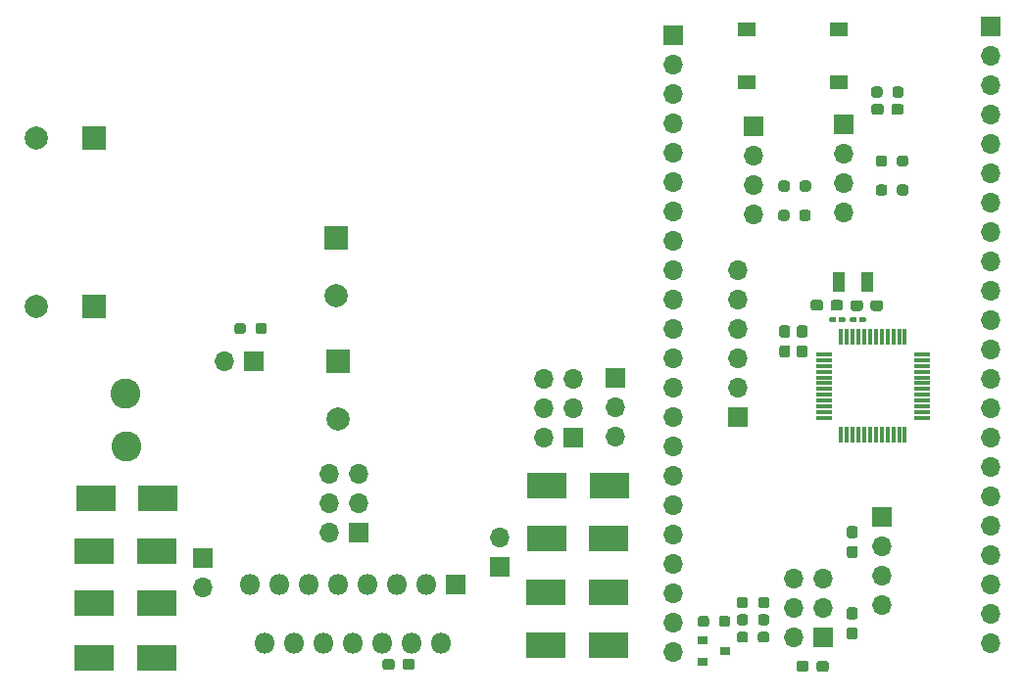
<source format=gbr>
G04 #@! TF.GenerationSoftware,KiCad,Pcbnew,5.1.9*
G04 #@! TF.CreationDate,2021-04-04T11:54:02+02:00*
G04 #@! TF.ProjectId,Robot volledig,526f626f-7420-4766-9f6c-6c656469672e,rev?*
G04 #@! TF.SameCoordinates,Original*
G04 #@! TF.FileFunction,Soldermask,Top*
G04 #@! TF.FilePolarity,Negative*
%FSLAX46Y46*%
G04 Gerber Fmt 4.6, Leading zero omitted, Abs format (unit mm)*
G04 Created by KiCad (PCBNEW 5.1.9) date 2021-04-04 11:54:02*
%MOMM*%
%LPD*%
G01*
G04 APERTURE LIST*
%ADD10R,1.550000X1.300000*%
%ADD11R,0.300000X1.475000*%
%ADD12R,1.475000X0.300000*%
%ADD13R,1.700000X1.700000*%
%ADD14O,1.700000X1.700000*%
%ADD15C,2.000000*%
%ADD16R,2.000000X2.000000*%
%ADD17R,3.500000X2.300000*%
%ADD18C,2.600000*%
%ADD19R,1.800000X1.800000*%
%ADD20O,1.800000X1.800000*%
%ADD21R,1.000000X1.800000*%
%ADD22R,0.900000X0.800000*%
G04 APERTURE END LIST*
D10*
X181915000Y-68906000D03*
X189865000Y-68906000D03*
X181915000Y-73406000D03*
X189865000Y-73406000D03*
D11*
X190071560Y-95487480D03*
X190571560Y-95487480D03*
X191071560Y-95487480D03*
X191571560Y-95487480D03*
X192071560Y-95487480D03*
X192571560Y-95487480D03*
X193071560Y-95487480D03*
X193571560Y-95487480D03*
X194071560Y-95487480D03*
X194571560Y-95487480D03*
X195071560Y-95487480D03*
X195571560Y-95487480D03*
D12*
X197059560Y-96975480D03*
X197059560Y-97475480D03*
X197059560Y-97975480D03*
X197059560Y-98475480D03*
X197059560Y-98975480D03*
X197059560Y-99475480D03*
X197059560Y-99975480D03*
X197059560Y-100475480D03*
X197059560Y-100975480D03*
X197059560Y-101475480D03*
X197059560Y-101975480D03*
X197059560Y-102475480D03*
D11*
X195571560Y-103963480D03*
X195071560Y-103963480D03*
X194571560Y-103963480D03*
X194071560Y-103963480D03*
X193571560Y-103963480D03*
X193071560Y-103963480D03*
X192571560Y-103963480D03*
X192071560Y-103963480D03*
X191571560Y-103963480D03*
X191071560Y-103963480D03*
X190571560Y-103963480D03*
X190071560Y-103963480D03*
D12*
X188583560Y-102475480D03*
X188583560Y-101975480D03*
X188583560Y-101475480D03*
X188583560Y-100975480D03*
X188583560Y-100475480D03*
X188583560Y-99975480D03*
X188583560Y-99475480D03*
X188583560Y-98975480D03*
X188583560Y-98475480D03*
X188583560Y-97975480D03*
X188583560Y-97475480D03*
X188583560Y-96975480D03*
D13*
X181102000Y-102362000D03*
D14*
X181102000Y-99822000D03*
X181102000Y-97282000D03*
X181102000Y-94742000D03*
X181102000Y-92202000D03*
X181102000Y-89662000D03*
D15*
X120496320Y-78282800D03*
D16*
X125496320Y-78282800D03*
D17*
X130926840Y-123195080D03*
X125526840Y-123195080D03*
D13*
X148341080Y-112400080D03*
D14*
X145801080Y-112400080D03*
X148341080Y-109860080D03*
X145801080Y-109860080D03*
X148341080Y-107320080D03*
X145801080Y-107320080D03*
G36*
G01*
X152152060Y-124026940D02*
X152152060Y-123551940D01*
G75*
G02*
X152389560Y-123314440I237500J0D01*
G01*
X152989560Y-123314440D01*
G75*
G02*
X153227060Y-123551940I0J-237500D01*
G01*
X153227060Y-124026940D01*
G75*
G02*
X152989560Y-124264440I-237500J0D01*
G01*
X152389560Y-124264440D01*
G75*
G02*
X152152060Y-124026940I0J237500D01*
G01*
G37*
G36*
G01*
X150427060Y-124026940D02*
X150427060Y-123551940D01*
G75*
G02*
X150664560Y-123314440I237500J0D01*
G01*
X151264560Y-123314440D01*
G75*
G02*
X151502060Y-123551940I0J-237500D01*
G01*
X151502060Y-124026940D01*
G75*
G02*
X151264560Y-124264440I-237500J0D01*
G01*
X150664560Y-124264440D01*
G75*
G02*
X150427060Y-124026940I0J237500D01*
G01*
G37*
G36*
G01*
X186927500Y-95533500D02*
X186452500Y-95533500D01*
G75*
G02*
X186215000Y-95296000I0J237500D01*
G01*
X186215000Y-94696000D01*
G75*
G02*
X186452500Y-94458500I237500J0D01*
G01*
X186927500Y-94458500D01*
G75*
G02*
X187165000Y-94696000I0J-237500D01*
G01*
X187165000Y-95296000D01*
G75*
G02*
X186927500Y-95533500I-237500J0D01*
G01*
G37*
G36*
G01*
X186927500Y-97258500D02*
X186452500Y-97258500D01*
G75*
G02*
X186215000Y-97021000I0J237500D01*
G01*
X186215000Y-96421000D01*
G75*
G02*
X186452500Y-96183500I237500J0D01*
G01*
X186927500Y-96183500D01*
G75*
G02*
X187165000Y-96421000I0J-237500D01*
G01*
X187165000Y-97021000D01*
G75*
G02*
X186927500Y-97258500I-237500J0D01*
G01*
G37*
G36*
G01*
X184953900Y-96183500D02*
X185428900Y-96183500D01*
G75*
G02*
X185666400Y-96421000I0J-237500D01*
G01*
X185666400Y-97021000D01*
G75*
G02*
X185428900Y-97258500I-237500J0D01*
G01*
X184953900Y-97258500D01*
G75*
G02*
X184716400Y-97021000I0J237500D01*
G01*
X184716400Y-96421000D01*
G75*
G02*
X184953900Y-96183500I237500J0D01*
G01*
G37*
G36*
G01*
X184953900Y-94458500D02*
X185428900Y-94458500D01*
G75*
G02*
X185666400Y-94696000I0J-237500D01*
G01*
X185666400Y-95296000D01*
G75*
G02*
X185428900Y-95533500I-237500J0D01*
G01*
X184953900Y-95533500D01*
G75*
G02*
X184716400Y-95296000I0J237500D01*
G01*
X184716400Y-94696000D01*
G75*
G02*
X184953900Y-94458500I237500J0D01*
G01*
G37*
G36*
G01*
X189828000Y-94080000D02*
X189828000Y-93880000D01*
G75*
G02*
X189928000Y-93780000I100000J0D01*
G01*
X190363000Y-93780000D01*
G75*
G02*
X190463000Y-93880000I0J-100000D01*
G01*
X190463000Y-94080000D01*
G75*
G02*
X190363000Y-94180000I-100000J0D01*
G01*
X189928000Y-94180000D01*
G75*
G02*
X189828000Y-94080000I0J100000D01*
G01*
G37*
G36*
G01*
X189013000Y-94080000D02*
X189013000Y-93880000D01*
G75*
G02*
X189113000Y-93780000I100000J0D01*
G01*
X189548000Y-93780000D01*
G75*
G02*
X189648000Y-93880000I0J-100000D01*
G01*
X189648000Y-94080000D01*
G75*
G02*
X189548000Y-94180000I-100000J0D01*
G01*
X189113000Y-94180000D01*
G75*
G02*
X189013000Y-94080000I0J100000D01*
G01*
G37*
G36*
G01*
X191426000Y-93880000D02*
X191426000Y-94080000D01*
G75*
G02*
X191326000Y-94180000I-100000J0D01*
G01*
X190891000Y-94180000D01*
G75*
G02*
X190791000Y-94080000I0J100000D01*
G01*
X190791000Y-93880000D01*
G75*
G02*
X190891000Y-93780000I100000J0D01*
G01*
X191326000Y-93780000D01*
G75*
G02*
X191426000Y-93880000I0J-100000D01*
G01*
G37*
G36*
G01*
X192241000Y-93880000D02*
X192241000Y-94080000D01*
G75*
G02*
X192141000Y-94180000I-100000J0D01*
G01*
X191706000Y-94180000D01*
G75*
G02*
X191606000Y-94080000I0J100000D01*
G01*
X191606000Y-93880000D01*
G75*
G02*
X191706000Y-93780000I100000J0D01*
G01*
X192141000Y-93780000D01*
G75*
G02*
X192241000Y-93880000I0J-100000D01*
G01*
G37*
G36*
G01*
X192672340Y-76031100D02*
X192672340Y-75556100D01*
G75*
G02*
X192909840Y-75318600I237500J0D01*
G01*
X193509840Y-75318600D01*
G75*
G02*
X193747340Y-75556100I0J-237500D01*
G01*
X193747340Y-76031100D01*
G75*
G02*
X193509840Y-76268600I-237500J0D01*
G01*
X192909840Y-76268600D01*
G75*
G02*
X192672340Y-76031100I0J237500D01*
G01*
G37*
G36*
G01*
X194397340Y-76031100D02*
X194397340Y-75556100D01*
G75*
G02*
X194634840Y-75318600I237500J0D01*
G01*
X195234840Y-75318600D01*
G75*
G02*
X195472340Y-75556100I0J-237500D01*
G01*
X195472340Y-76031100D01*
G75*
G02*
X195234840Y-76268600I-237500J0D01*
G01*
X194634840Y-76268600D01*
G75*
G02*
X194397340Y-76031100I0J237500D01*
G01*
G37*
D16*
X146558000Y-97536000D03*
D15*
X146558000Y-102536000D03*
X146430000Y-91900000D03*
D16*
X146430000Y-86900000D03*
X125500000Y-92830000D03*
D15*
X120500000Y-92830000D03*
G36*
G01*
X189149700Y-92972900D02*
X189149700Y-92497900D01*
G75*
G02*
X189387200Y-92260400I237500J0D01*
G01*
X189987200Y-92260400D01*
G75*
G02*
X190224700Y-92497900I0J-237500D01*
G01*
X190224700Y-92972900D01*
G75*
G02*
X189987200Y-93210400I-237500J0D01*
G01*
X189387200Y-93210400D01*
G75*
G02*
X189149700Y-92972900I0J237500D01*
G01*
G37*
G36*
G01*
X187424700Y-92972900D02*
X187424700Y-92497900D01*
G75*
G02*
X187662200Y-92260400I237500J0D01*
G01*
X188262200Y-92260400D01*
G75*
G02*
X188499700Y-92497900I0J-237500D01*
G01*
X188499700Y-92972900D01*
G75*
G02*
X188262200Y-93210400I-237500J0D01*
G01*
X187662200Y-93210400D01*
G75*
G02*
X187424700Y-92972900I0J237500D01*
G01*
G37*
G36*
G01*
X193678000Y-92523300D02*
X193678000Y-92998300D01*
G75*
G02*
X193440500Y-93235800I-237500J0D01*
G01*
X192840500Y-93235800D01*
G75*
G02*
X192603000Y-92998300I0J237500D01*
G01*
X192603000Y-92523300D01*
G75*
G02*
X192840500Y-92285800I237500J0D01*
G01*
X193440500Y-92285800D01*
G75*
G02*
X193678000Y-92523300I0J-237500D01*
G01*
G37*
G36*
G01*
X191953000Y-92523300D02*
X191953000Y-92998300D01*
G75*
G02*
X191715500Y-93235800I-237500J0D01*
G01*
X191115500Y-93235800D01*
G75*
G02*
X190878000Y-92998300I0J237500D01*
G01*
X190878000Y-92523300D01*
G75*
G02*
X191115500Y-92285800I237500J0D01*
G01*
X191715500Y-92285800D01*
G75*
G02*
X191953000Y-92523300I0J-237500D01*
G01*
G37*
G36*
G01*
X190787500Y-113537500D02*
X191262500Y-113537500D01*
G75*
G02*
X191500000Y-113775000I0J-237500D01*
G01*
X191500000Y-114375000D01*
G75*
G02*
X191262500Y-114612500I-237500J0D01*
G01*
X190787500Y-114612500D01*
G75*
G02*
X190550000Y-114375000I0J237500D01*
G01*
X190550000Y-113775000D01*
G75*
G02*
X190787500Y-113537500I237500J0D01*
G01*
G37*
G36*
G01*
X190787500Y-111812500D02*
X191262500Y-111812500D01*
G75*
G02*
X191500000Y-112050000I0J-237500D01*
G01*
X191500000Y-112650000D01*
G75*
G02*
X191262500Y-112887500I-237500J0D01*
G01*
X190787500Y-112887500D01*
G75*
G02*
X190550000Y-112650000I0J237500D01*
G01*
X190550000Y-112050000D01*
G75*
G02*
X190787500Y-111812500I237500J0D01*
G01*
G37*
G36*
G01*
X191245500Y-121642500D02*
X190770500Y-121642500D01*
G75*
G02*
X190533000Y-121405000I0J237500D01*
G01*
X190533000Y-120805000D01*
G75*
G02*
X190770500Y-120567500I237500J0D01*
G01*
X191245500Y-120567500D01*
G75*
G02*
X191483000Y-120805000I0J-237500D01*
G01*
X191483000Y-121405000D01*
G75*
G02*
X191245500Y-121642500I-237500J0D01*
G01*
G37*
G36*
G01*
X191245500Y-119917500D02*
X190770500Y-119917500D01*
G75*
G02*
X190533000Y-119680000I0J237500D01*
G01*
X190533000Y-119080000D01*
G75*
G02*
X190770500Y-118842500I237500J0D01*
G01*
X191245500Y-118842500D01*
G75*
G02*
X191483000Y-119080000I0J-237500D01*
G01*
X191483000Y-119680000D01*
G75*
G02*
X191245500Y-119917500I-237500J0D01*
G01*
G37*
G36*
G01*
X187280500Y-123714500D02*
X187280500Y-124189500D01*
G75*
G02*
X187043000Y-124427000I-237500J0D01*
G01*
X186443000Y-124427000D01*
G75*
G02*
X186205500Y-124189500I0J237500D01*
G01*
X186205500Y-123714500D01*
G75*
G02*
X186443000Y-123477000I237500J0D01*
G01*
X187043000Y-123477000D01*
G75*
G02*
X187280500Y-123714500I0J-237500D01*
G01*
G37*
G36*
G01*
X189005500Y-123714500D02*
X189005500Y-124189500D01*
G75*
G02*
X188768000Y-124427000I-237500J0D01*
G01*
X188168000Y-124427000D01*
G75*
G02*
X187930500Y-124189500I0J237500D01*
G01*
X187930500Y-123714500D01*
G75*
G02*
X188168000Y-123477000I237500J0D01*
G01*
X188768000Y-123477000D01*
G75*
G02*
X189005500Y-123714500I0J-237500D01*
G01*
G37*
D18*
X128193800Y-100375720D03*
X128270000Y-104902000D03*
D13*
X139278360Y-97607120D03*
D14*
X136738360Y-97607120D03*
D13*
X190246000Y-77089000D03*
D14*
X190246000Y-79629000D03*
X190246000Y-82169000D03*
X190246000Y-84709000D03*
X182499000Y-84836000D03*
X182499000Y-82296000D03*
X182499000Y-79756000D03*
D13*
X182499000Y-77216000D03*
D14*
X160538160Y-112857280D03*
D13*
X160538160Y-115397280D03*
X134874000Y-114630200D03*
D14*
X134874000Y-117170200D03*
G36*
G01*
X195456000Y-74057500D02*
X195456000Y-74532500D01*
G75*
G02*
X195218500Y-74770000I-237500J0D01*
G01*
X194718500Y-74770000D01*
G75*
G02*
X194481000Y-74532500I0J237500D01*
G01*
X194481000Y-74057500D01*
G75*
G02*
X194718500Y-73820000I237500J0D01*
G01*
X195218500Y-73820000D01*
G75*
G02*
X195456000Y-74057500I0J-237500D01*
G01*
G37*
G36*
G01*
X193631000Y-74057500D02*
X193631000Y-74532500D01*
G75*
G02*
X193393500Y-74770000I-237500J0D01*
G01*
X192893500Y-74770000D01*
G75*
G02*
X192656000Y-74532500I0J237500D01*
G01*
X192656000Y-74057500D01*
G75*
G02*
X192893500Y-73820000I237500J0D01*
G01*
X193393500Y-73820000D01*
G75*
G02*
X193631000Y-74057500I0J-237500D01*
G01*
G37*
G36*
G01*
X177673180Y-120303300D02*
X177673180Y-119828300D01*
G75*
G02*
X177910680Y-119590800I237500J0D01*
G01*
X178410680Y-119590800D01*
G75*
G02*
X178648180Y-119828300I0J-237500D01*
G01*
X178648180Y-120303300D01*
G75*
G02*
X178410680Y-120540800I-237500J0D01*
G01*
X177910680Y-120540800D01*
G75*
G02*
X177673180Y-120303300I0J237500D01*
G01*
G37*
G36*
G01*
X179498180Y-120303300D02*
X179498180Y-119828300D01*
G75*
G02*
X179735680Y-119590800I237500J0D01*
G01*
X180235680Y-119590800D01*
G75*
G02*
X180473180Y-119828300I0J-237500D01*
G01*
X180473180Y-120303300D01*
G75*
G02*
X180235680Y-120540800I-237500J0D01*
G01*
X179735680Y-120540800D01*
G75*
G02*
X179498180Y-120303300I0J237500D01*
G01*
G37*
G36*
G01*
X139466500Y-94979500D02*
X139466500Y-94504500D01*
G75*
G02*
X139704000Y-94267000I237500J0D01*
G01*
X140204000Y-94267000D01*
G75*
G02*
X140441500Y-94504500I0J-237500D01*
G01*
X140441500Y-94979500D01*
G75*
G02*
X140204000Y-95217000I-237500J0D01*
G01*
X139704000Y-95217000D01*
G75*
G02*
X139466500Y-94979500I0J237500D01*
G01*
G37*
G36*
G01*
X137641500Y-94979500D02*
X137641500Y-94504500D01*
G75*
G02*
X137879000Y-94267000I237500J0D01*
G01*
X138379000Y-94267000D01*
G75*
G02*
X138616500Y-94504500I0J-237500D01*
G01*
X138616500Y-94979500D01*
G75*
G02*
X138379000Y-95217000I-237500J0D01*
G01*
X137879000Y-95217000D01*
G75*
G02*
X137641500Y-94979500I0J237500D01*
G01*
G37*
G36*
G01*
X184655000Y-82660500D02*
X184655000Y-82185500D01*
G75*
G02*
X184892500Y-81948000I237500J0D01*
G01*
X185392500Y-81948000D01*
G75*
G02*
X185630000Y-82185500I0J-237500D01*
G01*
X185630000Y-82660500D01*
G75*
G02*
X185392500Y-82898000I-237500J0D01*
G01*
X184892500Y-82898000D01*
G75*
G02*
X184655000Y-82660500I0J237500D01*
G01*
G37*
G36*
G01*
X186480000Y-82660500D02*
X186480000Y-82185500D01*
G75*
G02*
X186717500Y-81948000I237500J0D01*
G01*
X187217500Y-81948000D01*
G75*
G02*
X187455000Y-82185500I0J-237500D01*
G01*
X187455000Y-82660500D01*
G75*
G02*
X187217500Y-82898000I-237500J0D01*
G01*
X186717500Y-82898000D01*
G75*
G02*
X186480000Y-82660500I0J237500D01*
G01*
G37*
G36*
G01*
X185606500Y-84725500D02*
X185606500Y-85200500D01*
G75*
G02*
X185369000Y-85438000I-237500J0D01*
G01*
X184869000Y-85438000D01*
G75*
G02*
X184631500Y-85200500I0J237500D01*
G01*
X184631500Y-84725500D01*
G75*
G02*
X184869000Y-84488000I237500J0D01*
G01*
X185369000Y-84488000D01*
G75*
G02*
X185606500Y-84725500I0J-237500D01*
G01*
G37*
G36*
G01*
X187431500Y-84725500D02*
X187431500Y-85200500D01*
G75*
G02*
X187194000Y-85438000I-237500J0D01*
G01*
X186694000Y-85438000D01*
G75*
G02*
X186456500Y-85200500I0J237500D01*
G01*
X186456500Y-84725500D01*
G75*
G02*
X186694000Y-84488000I237500J0D01*
G01*
X187194000Y-84488000D01*
G75*
G02*
X187431500Y-84725500I0J-237500D01*
G01*
G37*
G36*
G01*
X183855180Y-118202700D02*
X183855180Y-118677700D01*
G75*
G02*
X183617680Y-118915200I-237500J0D01*
G01*
X183117680Y-118915200D01*
G75*
G02*
X182880180Y-118677700I0J237500D01*
G01*
X182880180Y-118202700D01*
G75*
G02*
X183117680Y-117965200I237500J0D01*
G01*
X183617680Y-117965200D01*
G75*
G02*
X183855180Y-118202700I0J-237500D01*
G01*
G37*
G36*
G01*
X182030180Y-118202700D02*
X182030180Y-118677700D01*
G75*
G02*
X181792680Y-118915200I-237500J0D01*
G01*
X181292680Y-118915200D01*
G75*
G02*
X181055180Y-118677700I0J237500D01*
G01*
X181055180Y-118202700D01*
G75*
G02*
X181292680Y-117965200I237500J0D01*
G01*
X181792680Y-117965200D01*
G75*
G02*
X182030180Y-118202700I0J-237500D01*
G01*
G37*
G36*
G01*
X181055180Y-120171220D02*
X181055180Y-119696220D01*
G75*
G02*
X181292680Y-119458720I237500J0D01*
G01*
X181792680Y-119458720D01*
G75*
G02*
X182030180Y-119696220I0J-237500D01*
G01*
X182030180Y-120171220D01*
G75*
G02*
X181792680Y-120408720I-237500J0D01*
G01*
X181292680Y-120408720D01*
G75*
G02*
X181055180Y-120171220I0J237500D01*
G01*
G37*
G36*
G01*
X182880180Y-120171220D02*
X182880180Y-119696220D01*
G75*
G02*
X183117680Y-119458720I237500J0D01*
G01*
X183617680Y-119458720D01*
G75*
G02*
X183855180Y-119696220I0J-237500D01*
G01*
X183855180Y-120171220D01*
G75*
G02*
X183617680Y-120408720I-237500J0D01*
G01*
X183117680Y-120408720D01*
G75*
G02*
X182880180Y-120171220I0J237500D01*
G01*
G37*
G36*
G01*
X182875100Y-121674900D02*
X182875100Y-121199900D01*
G75*
G02*
X183112600Y-120962400I237500J0D01*
G01*
X183612600Y-120962400D01*
G75*
G02*
X183850100Y-121199900I0J-237500D01*
G01*
X183850100Y-121674900D01*
G75*
G02*
X183612600Y-121912400I-237500J0D01*
G01*
X183112600Y-121912400D01*
G75*
G02*
X182875100Y-121674900I0J237500D01*
G01*
G37*
G36*
G01*
X181050100Y-121674900D02*
X181050100Y-121199900D01*
G75*
G02*
X181287600Y-120962400I237500J0D01*
G01*
X181787600Y-120962400D01*
G75*
G02*
X182025100Y-121199900I0J-237500D01*
G01*
X182025100Y-121674900D01*
G75*
G02*
X181787600Y-121912400I-237500J0D01*
G01*
X181287600Y-121912400D01*
G75*
G02*
X181050100Y-121674900I0J237500D01*
G01*
G37*
D19*
X156718000Y-116840000D03*
D20*
X155448000Y-121920000D03*
X154178000Y-116840000D03*
X152908000Y-121920000D03*
X151638000Y-116840000D03*
X150368000Y-121920000D03*
X149098000Y-116840000D03*
X147828000Y-121920000D03*
X146558000Y-116840000D03*
X145288000Y-121920000D03*
X144018000Y-116840000D03*
X142748000Y-121920000D03*
X141478000Y-116840000D03*
X140208000Y-121920000D03*
X138938000Y-116840000D03*
D21*
X189828800Y-90754200D03*
X192328800Y-90754200D03*
D17*
X164566600Y-117586760D03*
X169966600Y-117586760D03*
X164566600Y-122168920D03*
X169966600Y-122168920D03*
X169992000Y-112913160D03*
X164592000Y-112913160D03*
X164627560Y-108295440D03*
X170027560Y-108295440D03*
X130911600Y-113969800D03*
X125511600Y-113969800D03*
X125648760Y-109448600D03*
X131048760Y-109448600D03*
X125511600Y-118516400D03*
X130911600Y-118516400D03*
D22*
X178064920Y-121681200D03*
X178064920Y-123581200D03*
X180064920Y-122631200D03*
D13*
X170550840Y-98988880D03*
D14*
X170550840Y-101528880D03*
X170550840Y-104068880D03*
D13*
X166878000Y-104140000D03*
D14*
X164338000Y-104140000D03*
X166878000Y-101600000D03*
X164338000Y-101600000D03*
X166878000Y-99060000D03*
X164338000Y-99060000D03*
D13*
X188468000Y-121412000D03*
D14*
X185928000Y-121412000D03*
X188468000Y-118872000D03*
X185928000Y-118872000D03*
X188468000Y-116332000D03*
X185928000Y-116332000D03*
D13*
X193548000Y-110998000D03*
D14*
X193548000Y-113538000D03*
X193548000Y-116078000D03*
X193548000Y-118618000D03*
D13*
X175514000Y-69342000D03*
D14*
X175514000Y-71882000D03*
X175514000Y-74422000D03*
X175514000Y-76962000D03*
X175514000Y-79502000D03*
X175514000Y-82042000D03*
X175514000Y-84582000D03*
X175514000Y-87122000D03*
X175514000Y-89662000D03*
X175514000Y-92202000D03*
X175514000Y-94742000D03*
X175514000Y-97282000D03*
X175514000Y-99822000D03*
X175514000Y-102362000D03*
X175514000Y-104902000D03*
X175514000Y-107442000D03*
X175514000Y-109982000D03*
X175514000Y-112522000D03*
X175514000Y-115062000D03*
X175514000Y-117602000D03*
X175514000Y-120142000D03*
X175514000Y-122682000D03*
X202946000Y-121920000D03*
X202946000Y-119380000D03*
X202946000Y-116840000D03*
X202946000Y-114300000D03*
X202946000Y-111760000D03*
X202946000Y-109220000D03*
X202946000Y-106680000D03*
X202946000Y-104140000D03*
X202946000Y-101600000D03*
X202946000Y-99060000D03*
X202946000Y-96520000D03*
X202946000Y-93980000D03*
X202946000Y-91440000D03*
X202946000Y-88900000D03*
X202946000Y-86360000D03*
X202946000Y-83820000D03*
X202946000Y-81280000D03*
X202946000Y-78740000D03*
X202946000Y-76200000D03*
X202946000Y-73660000D03*
X202946000Y-71120000D03*
D13*
X202946000Y-68580000D03*
G36*
G01*
X194886001Y-80494501D02*
X194886001Y-80019501D01*
G75*
G02*
X195123501Y-79782001I237500J0D01*
G01*
X195623501Y-79782001D01*
G75*
G02*
X195861001Y-80019501I0J-237500D01*
G01*
X195861001Y-80494501D01*
G75*
G02*
X195623501Y-80732001I-237500J0D01*
G01*
X195123501Y-80732001D01*
G75*
G02*
X194886001Y-80494501I0J237500D01*
G01*
G37*
G36*
G01*
X193061001Y-80494501D02*
X193061001Y-80019501D01*
G75*
G02*
X193298501Y-79782001I237500J0D01*
G01*
X193798501Y-79782001D01*
G75*
G02*
X194036001Y-80019501I0J-237500D01*
G01*
X194036001Y-80494501D01*
G75*
G02*
X193798501Y-80732001I-237500J0D01*
G01*
X193298501Y-80732001D01*
G75*
G02*
X193061001Y-80494501I0J237500D01*
G01*
G37*
G36*
G01*
X195861001Y-82529501D02*
X195861001Y-83004501D01*
G75*
G02*
X195623501Y-83242001I-237500J0D01*
G01*
X195123501Y-83242001D01*
G75*
G02*
X194886001Y-83004501I0J237500D01*
G01*
X194886001Y-82529501D01*
G75*
G02*
X195123501Y-82292001I237500J0D01*
G01*
X195623501Y-82292001D01*
G75*
G02*
X195861001Y-82529501I0J-237500D01*
G01*
G37*
G36*
G01*
X194036001Y-82529501D02*
X194036001Y-83004501D01*
G75*
G02*
X193798501Y-83242001I-237500J0D01*
G01*
X193298501Y-83242001D01*
G75*
G02*
X193061001Y-83004501I0J237500D01*
G01*
X193061001Y-82529501D01*
G75*
G02*
X193298501Y-82292001I237500J0D01*
G01*
X193798501Y-82292001D01*
G75*
G02*
X194036001Y-82529501I0J-237500D01*
G01*
G37*
M02*

</source>
